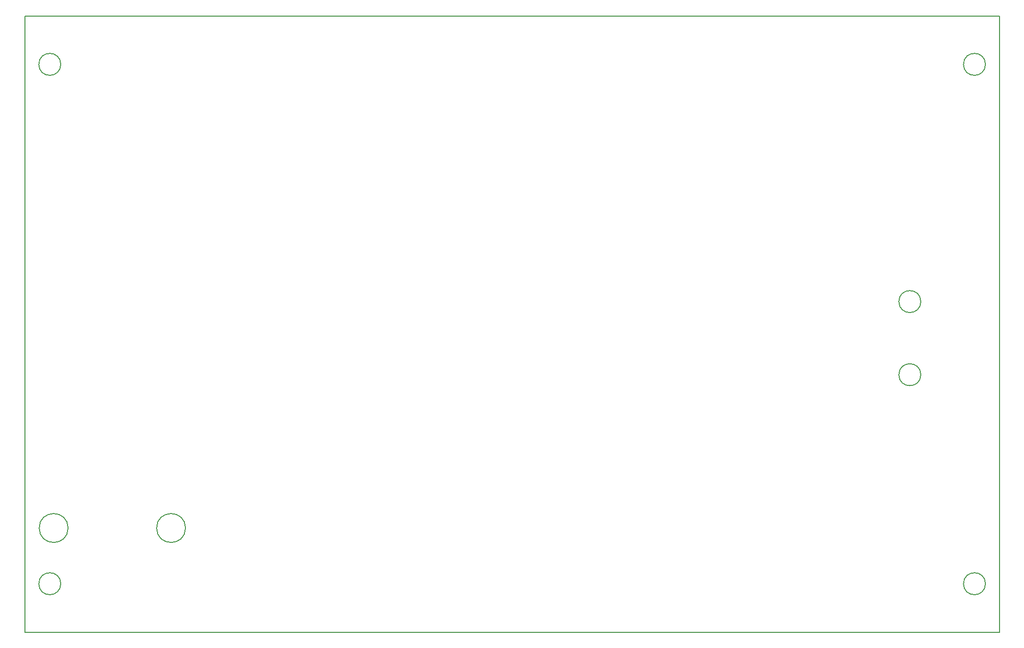
<source format=gbr>
%TF.GenerationSoftware,KiCad,Pcbnew,7.0.1*%
%TF.CreationDate,2023-07-31T19:52:26-07:00*%
%TF.ProjectId,AMS-Mega2560-Base,414d532d-4d65-4676-9132-3536302d4261,rev?*%
%TF.SameCoordinates,Original*%
%TF.FileFunction,Profile,NP*%
%FSLAX46Y46*%
G04 Gerber Fmt 4.6, Leading zero omitted, Abs format (unit mm)*
G04 Created by KiCad (PCBNEW 7.0.1) date 2023-07-31 19:52:26*
%MOMM*%
%LPD*%
G01*
G04 APERTURE LIST*
%TA.AperFunction,Profile*%
%ADD10C,0.150000*%
%TD*%
G04 APERTURE END LIST*
D10*
X234816650Y-145288000D02*
G75*
G03*
X234816650Y-145288000I-1898650J0D01*
G01*
X237236000Y-46990000D02*
X68580000Y-46990000D01*
X223634807Y-109103101D02*
G75*
G03*
X223634807Y-109103101I-1898650J0D01*
G01*
X76065060Y-135643624D02*
G75*
G03*
X76065060Y-135643624I-2500000J0D01*
G01*
X74796650Y-145288000D02*
G75*
G03*
X74796650Y-145288000I-1898650J0D01*
G01*
X68580000Y-46990000D02*
X68580000Y-153670000D01*
X96385060Y-135643624D02*
G75*
G03*
X96385060Y-135643624I-2500000J0D01*
G01*
X237236000Y-46990000D02*
X237236000Y-153670000D01*
X74796650Y-55372000D02*
G75*
G03*
X74796650Y-55372000I-1898650J0D01*
G01*
X234816650Y-55372000D02*
G75*
G03*
X234816650Y-55372000I-1898650J0D01*
G01*
X237236000Y-153670000D02*
X68580000Y-153670000D01*
X223634807Y-96440338D02*
G75*
G03*
X223634807Y-96440338I-1898650J0D01*
G01*
M02*

</source>
